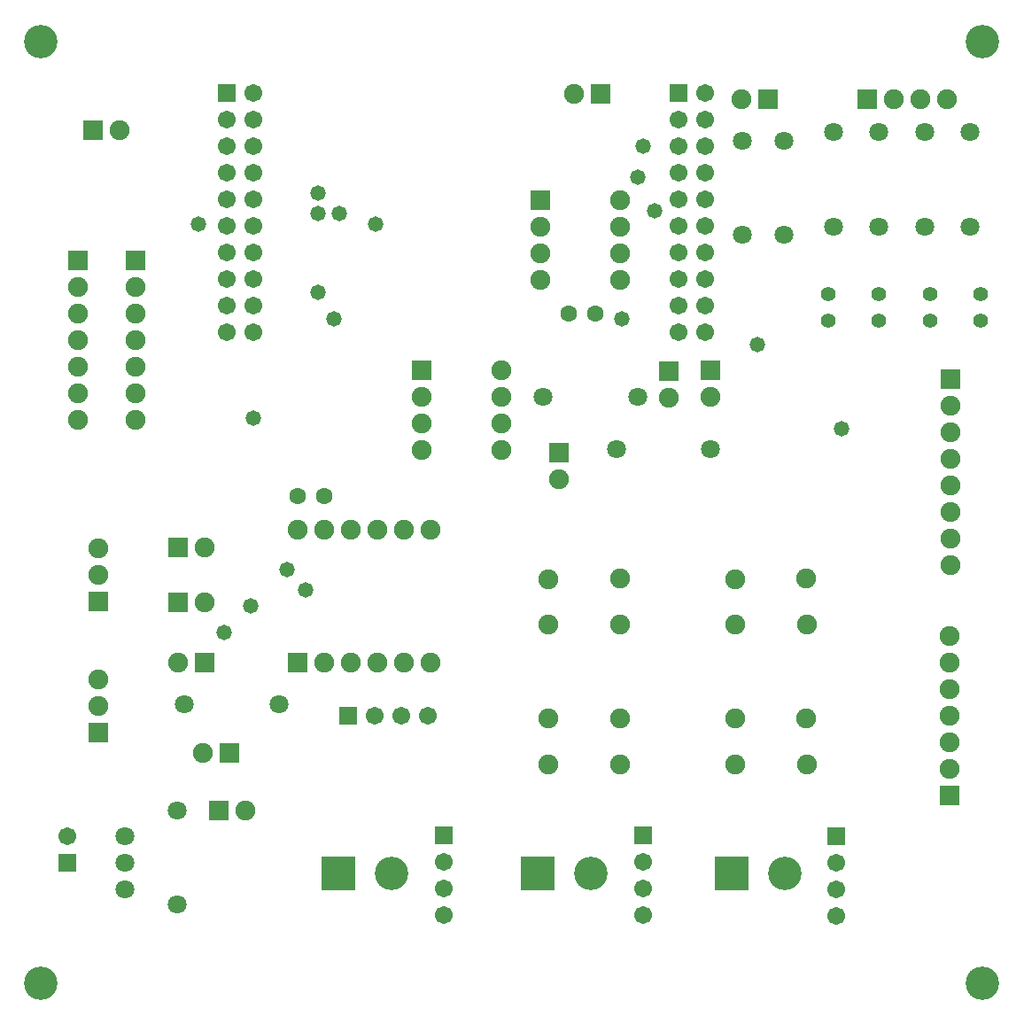
<source format=gts>
G04*
G04 #@! TF.GenerationSoftware,Altium Limited,Altium Designer,20.2.3 (150)*
G04*
G04 Layer_Color=8388736*
%FSLAX24Y24*%
%MOIN*%
G70*
G04*
G04 #@! TF.SameCoordinates,D33FF55B-48EF-4710-8091-CBF0DB89F5B4*
G04*
G04*
G04 #@! TF.FilePolarity,Negative*
G04*
G01*
G75*
%ADD21R,0.0749X0.0749*%
%ADD22C,0.0749*%
%ADD23R,0.0749X0.0749*%
%ADD24R,0.0671X0.0671*%
%ADD25C,0.0671*%
%ADD26R,0.0671X0.0671*%
%ADD27C,0.0710*%
%ADD28C,0.0631*%
%ADD29C,0.0552*%
%ADD30R,0.1261X0.1261*%
%ADD31C,0.1261*%
%ADD32C,0.0580*%
D21*
X3346Y-10220D02*
D03*
X5512Y-10205D02*
D03*
X4134Y-27968D02*
D03*
X36142Y-30346D02*
D03*
X36181Y-14677D02*
D03*
X4117Y-23047D02*
D03*
X27149Y-14340D02*
D03*
X25591Y-14370D02*
D03*
X21457Y-17441D02*
D03*
X11606Y-25354D02*
D03*
D22*
X3346Y-11220D02*
D03*
Y-12220D02*
D03*
Y-13220D02*
D03*
Y-14220D02*
D03*
Y-15220D02*
D03*
Y-16220D02*
D03*
X5512Y-11205D02*
D03*
Y-12205D02*
D03*
Y-13205D02*
D03*
Y-14205D02*
D03*
Y-15205D02*
D03*
Y-16205D02*
D03*
X4921Y-5315D02*
D03*
X22032Y-3937D02*
D03*
X19291Y-14339D02*
D03*
Y-15339D02*
D03*
Y-16339D02*
D03*
Y-17339D02*
D03*
X16291D02*
D03*
Y-16339D02*
D03*
Y-15339D02*
D03*
X23744Y-7949D02*
D03*
Y-8949D02*
D03*
Y-9949D02*
D03*
Y-10949D02*
D03*
X20744D02*
D03*
Y-9949D02*
D03*
Y-8949D02*
D03*
X4134Y-25968D02*
D03*
Y-26969D02*
D03*
X28073Y-29176D02*
D03*
X30776D02*
D03*
X30766Y-27446D02*
D03*
X28073Y-27466D02*
D03*
X36142Y-29346D02*
D03*
Y-28346D02*
D03*
Y-27346D02*
D03*
Y-26346D02*
D03*
Y-25346D02*
D03*
Y-24346D02*
D03*
X36181Y-21677D02*
D03*
Y-20677D02*
D03*
Y-19677D02*
D03*
Y-18677D02*
D03*
Y-17677D02*
D03*
Y-16677D02*
D03*
Y-15677D02*
D03*
X4117Y-22047D02*
D03*
Y-21047D02*
D03*
X21063Y-29176D02*
D03*
X23767D02*
D03*
X23757Y-27446D02*
D03*
X21063Y-27466D02*
D03*
X28073Y-23923D02*
D03*
X30776D02*
D03*
X30766Y-22193D02*
D03*
X28073Y-22213D02*
D03*
X21063Y-23923D02*
D03*
X23767D02*
D03*
X23757Y-22193D02*
D03*
X21063Y-22213D02*
D03*
X27149Y-15340D02*
D03*
X25591Y-15370D02*
D03*
X21457Y-18441D02*
D03*
X34039Y-4134D02*
D03*
X35039D02*
D03*
X36039D02*
D03*
X9646Y-30906D02*
D03*
X28331Y-4134D02*
D03*
X7110Y-25354D02*
D03*
X8110Y-23071D02*
D03*
Y-21024D02*
D03*
X8055Y-28740D02*
D03*
X14606Y-25354D02*
D03*
X12606D02*
D03*
X13606D02*
D03*
X15606D02*
D03*
X16606D02*
D03*
Y-20354D02*
D03*
X13606D02*
D03*
X11606D02*
D03*
X15606D02*
D03*
X14606D02*
D03*
X12606D02*
D03*
D23*
X3921Y-5315D02*
D03*
X23031Y-3937D02*
D03*
X16291Y-14339D02*
D03*
X20744Y-7949D02*
D03*
X33039Y-4134D02*
D03*
X8646Y-30906D02*
D03*
X29331Y-4134D02*
D03*
X8110Y-25354D02*
D03*
X7110Y-23071D02*
D03*
Y-21024D02*
D03*
X9055Y-28740D02*
D03*
D24*
X13535Y-27362D02*
D03*
D25*
X14535D02*
D03*
X15535D02*
D03*
X16535D02*
D03*
X24606Y-34858D02*
D03*
Y-33858D02*
D03*
Y-32858D02*
D03*
X9941Y-12926D02*
D03*
X8941D02*
D03*
X9941Y-11926D02*
D03*
X8941D02*
D03*
X9941Y-10926D02*
D03*
X8941D02*
D03*
X9941Y-9926D02*
D03*
X8941D02*
D03*
X9941Y-8926D02*
D03*
X8941D02*
D03*
X9941Y-7926D02*
D03*
X8941D02*
D03*
X9941Y-6926D02*
D03*
X8941D02*
D03*
X9941Y-5926D02*
D03*
X8941D02*
D03*
X9941Y-4926D02*
D03*
X8941D02*
D03*
X9941Y-3926D02*
D03*
X26941Y-12926D02*
D03*
X25941D02*
D03*
X26941Y-11926D02*
D03*
X25941D02*
D03*
X26941Y-10926D02*
D03*
X25941D02*
D03*
X26941Y-9926D02*
D03*
X25941D02*
D03*
X26941Y-8926D02*
D03*
X25941D02*
D03*
X26941Y-7926D02*
D03*
X25941D02*
D03*
X26941Y-6926D02*
D03*
X25941D02*
D03*
X26941Y-5926D02*
D03*
X25941D02*
D03*
X26941Y-4926D02*
D03*
X25941D02*
D03*
X26941Y-3926D02*
D03*
X2953Y-31874D02*
D03*
X17126Y-32843D02*
D03*
Y-33843D02*
D03*
Y-34843D02*
D03*
X31890Y-32890D02*
D03*
Y-33890D02*
D03*
Y-34890D02*
D03*
D26*
X24606Y-31858D02*
D03*
X8941Y-3926D02*
D03*
X25941D02*
D03*
X2953Y-32874D02*
D03*
X17126Y-31843D02*
D03*
X31890Y-31890D02*
D03*
D27*
X7087Y-30906D02*
D03*
Y-34449D02*
D03*
X31780Y-8937D02*
D03*
Y-5394D02*
D03*
X33496Y-8937D02*
D03*
Y-5394D02*
D03*
X36929Y-8937D02*
D03*
Y-5394D02*
D03*
X35213Y-8937D02*
D03*
Y-5394D02*
D03*
X29921Y-9252D02*
D03*
Y-5709D02*
D03*
X28346Y-9252D02*
D03*
Y-5709D02*
D03*
X7362Y-26929D02*
D03*
X10906D02*
D03*
X24409Y-15354D02*
D03*
X20866D02*
D03*
X27165Y-17323D02*
D03*
X23622D02*
D03*
X5118Y-32874D02*
D03*
Y-33874D02*
D03*
Y-31874D02*
D03*
D28*
X12614Y-19094D02*
D03*
X11614D02*
D03*
X22835Y-12205D02*
D03*
X21835D02*
D03*
D29*
X37323Y-11480D02*
D03*
Y-12480D02*
D03*
X35407Y-11480D02*
D03*
Y-12480D02*
D03*
X33491Y-12480D02*
D03*
Y-11480D02*
D03*
X31575Y-12480D02*
D03*
Y-11480D02*
D03*
D30*
X13157Y-33268D02*
D03*
X20638D02*
D03*
X27953D02*
D03*
D31*
X15157D02*
D03*
X22638D02*
D03*
X29953D02*
D03*
X1969Y-37402D02*
D03*
Y-1969D02*
D03*
X37402Y-37402D02*
D03*
Y-1969D02*
D03*
D32*
X9843Y-23228D02*
D03*
X11915Y-22608D02*
D03*
X8858Y-24213D02*
D03*
X11220Y-21850D02*
D03*
X9952Y-16161D02*
D03*
X7874Y-8858D02*
D03*
X12992Y-12402D02*
D03*
X23819D02*
D03*
X24606Y-5906D02*
D03*
X24409Y-7087D02*
D03*
X25055Y-8339D02*
D03*
X32087Y-16535D02*
D03*
X28937Y-13386D02*
D03*
X14567Y-8858D02*
D03*
X13189Y-8465D02*
D03*
X12402Y-7677D02*
D03*
Y-11417D02*
D03*
X12402Y-8465D02*
D03*
M02*

</source>
